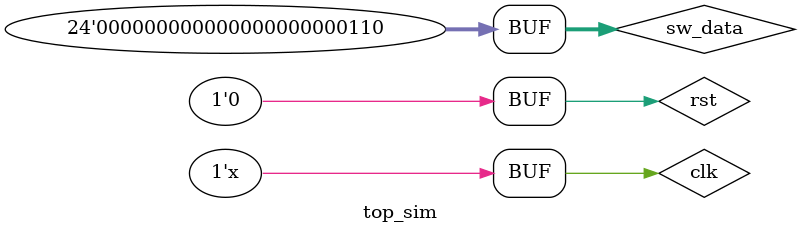
<source format=v>
`timescale 1ns / 1ps


module top_sim();
reg clk;
reg rst;
reg  [23:0] sw_data;
wire [23:0] lt_data;
wire led0_en;
wire led1_en;
wire led2_en;
wire led3_en;
wire led4_en;
wire led5_en;
wire led6_en;
wire led7_en;
wire led_ca;
wire led_cb;
wire led_cc;
wire led_cd;
wire led_ce;
wire led_cf;
wire led_cg;
wire led_dp;

top U_top_0(
    .clk        (clk),
    .rst        (rst),
    .sw_data    (sw_data),
    .lt_data    (lt_data),
    .led0_en    (led0_en),
    .led1_en    (led1_en),
    .led2_en    (led2_en),
    .led3_en    (led3_en),
    .led4_en    (led4_en),
    .led5_en    (led5_en),
    .led6_en    (led6_en),
    .led7_en    (led7_en),
    .led_ca     (led_ca),
    .led_cb     (led_cb),
    .led_cc     (led_cc),
    .led_cd     (led_cd),
    .led_ce     (led_ce),
    .led_cf     (led_cf),
    .led_cg     (led_cg),
    .led_dp     (led_dp)
);

always begin
    #5 clk = ~clk;
end

initial begin
    #0 begin
        clk = 1'b0;
        rst = 1'b1;
        sw_data = 24'h6;
    end
    #22 begin
        rst = 1'b0;
    end
end

endmodule

</source>
